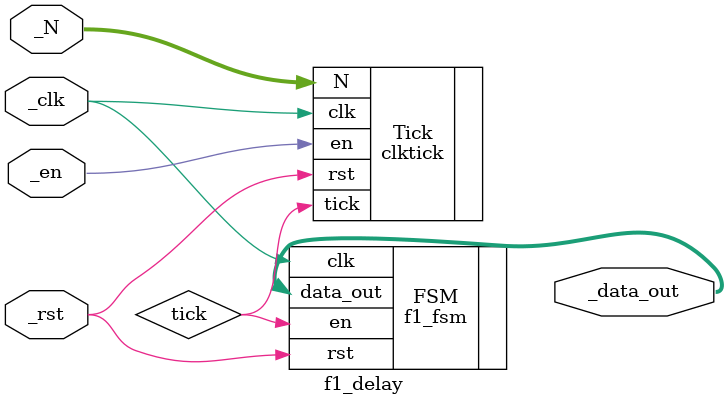
<source format=sv>
module f1_delay #(
    parameter DATA_WIDTH = 8
) (
    input logic [15:0] _N,
    input logic _en,
    input logic _rst,
    input logic _clk,
    output logic [DATA_WIDTH-1:0] _data_out
);

    logic tick; 

    clktick Tick(
        .clk(_clk),
        .rst(_rst),
        .en(_en),
        .N(_N),
        .tick(tick)
    );

    f1_fsm FSM(
        .rst(_rst),
        .en(tick),
        .clk(_clk),
        .data_out(_data_out)
    );
    
endmodule
</source>
